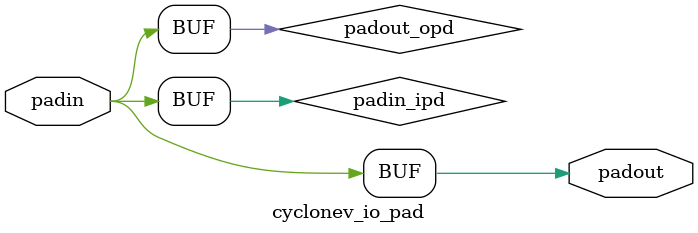
<source format=v>
module cyclonev_io_pad ( 
		      padin, 
                      padout
	            );
parameter lpm_type = "cyclonev_io_pad";
input padin; 
output padout;
wire padin_ipd;
wire padout_opd;
buf padin_buf  (padin_ipd,padin);
assign padout_opd = padin_ipd;
buf padout_buf (padout, padout_opd);
endmodule
</source>
